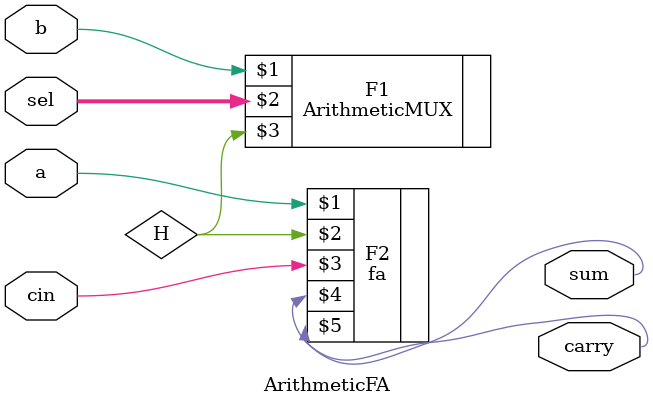
<source format=v>
/*this is the full adder and multiplexer sub circuit in arithmetic unit*/

`timescale 1ns/1ns

module ArithmeticFA(a,b,cin,sel,sum,carry);

input a,b,cin;

input[1:0] sel;

output sum,carry;

wire H;

ArithmeticMUX  F1(b,sel,H);

fa  F2(a,H,cin,sum,carry);

endmodule



</source>
